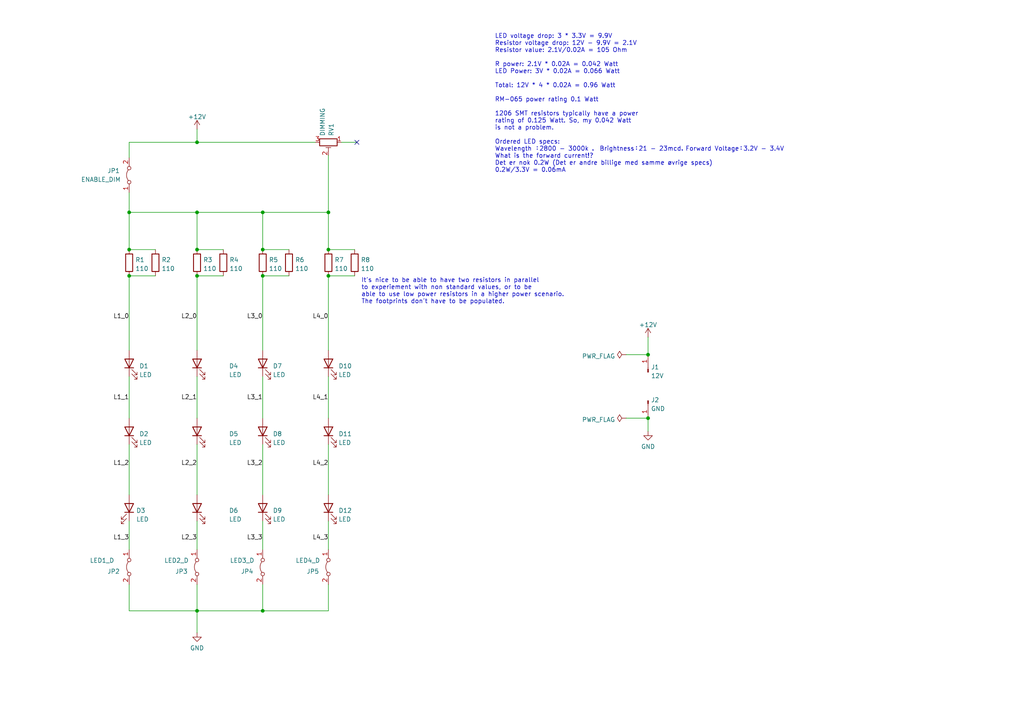
<source format=kicad_sch>
(kicad_sch (version 20211123) (generator eeschema)
  (paper "A4")
  (lib_symbols
    (symbol "Connector:Conn_01x01_Male" (pin_names (offset 1.016) hide)
      (property "Reference" "J" (at 0 2.54 0))
      (property "Value" "Conn_01x01_Male" (at 0 -2.54 0))
      (symbol "Conn_01x01_Male_1_1"
        (polyline (pts (xy 1.27 0) (xy 0.8636 0)) (stroke (width 0.1524)))
        (rectangle (start 0.8636 0.127) (end 0 -0.127) (stroke (width 0.1524)) (fill (type outline)))
        (pin passive line (at 5.08 0 180) (length 3.81) (name "Pin_1") (number "1"))
      )
    )
    (symbol "Device:LED" (pin_numbers hide) (pin_names (offset 1.016) hide)
      (property "Reference" "D" (at 0 2.54 0))
      (property "Value" "LED" (at 0 -2.54 0))
      (symbol "LED_0_1"
        (polyline (pts (xy -1.27 -1.27) (xy -1.27 1.27)) (stroke (width 0.254)))
        (polyline (pts (xy -1.27 0) (xy 1.27 0)))
        (polyline (pts (xy 1.27 -1.27) (xy 1.27 1.27) (xy -1.27 0) (xy 1.27 -1.27)) (stroke (width 0.254)))
        (polyline (pts (xy -3.048 -0.762) (xy -4.572 -2.286) (xy -3.81 -2.286) (xy -4.572 -2.286) (xy -4.572 -1.524)))
        (polyline (pts (xy -1.778 -0.762) (xy -3.302 -2.286) (xy -2.54 -2.286) (xy -3.302 -2.286) (xy -3.302 -1.524)))
      )
      (symbol "LED_1_1"
        (pin passive line (at -3.81 0 0) (length 2.54) (name "K") (number "1"))
        (pin passive line (at 3.81 0 180) (length 2.54) (name "A") (number "2"))
      )
    )
    (symbol "Device:R" (pin_numbers hide) (pin_names (offset 0))
      (property "Reference" "R" (at 2.032 0 90))
      (property "Value" "R" (at 0 0 90))
      (symbol "R_0_1"
        (rectangle (start -1.016 -2.54) (end 1.016 2.54) (stroke (width 0.254)))
      )
      (symbol "R_1_1"
        (pin passive line (at 0 3.81 270) (length 1.27) (name "~") (number "1"))
        (pin passive line (at 0 -3.81 90) (length 1.27) (name "~") (number "2"))
      )
    )
    (symbol "Device:R_Potentiometer_Trim" (pin_names (offset 1.016) hide)
      (property "Reference" "RV" (at -4.445 0 90))
      (property "Value" "R_Potentiometer_Trim" (at -2.54 0 90))
      (symbol "R_Potentiometer_Trim_0_1"
        (polyline (pts (xy 1.524 0.762) (xy 1.524 -0.762)))
        (polyline (pts (xy 2.54 0) (xy 1.524 0)))
        (rectangle (start 1.016 2.54) (end -1.016 -2.54) (stroke (width 0.254)))
      )
      (symbol "R_Potentiometer_Trim_1_1"
        (pin passive line (at 0 3.81 270) (length 1.27) (name "1") (number "1"))
        (pin passive line (at 3.81 0 180) (length 1.27) (name "2") (number "2"))
        (pin passive line (at 0 -3.81 90) (length 1.27) (name "3") (number "3"))
      )
    )
    (symbol "Jumper:Jumper_2_Bridged" (pin_names (offset 0) hide)
      (property "Reference" "JP" (at 0 1.905 0))
      (property "Value" "Jumper_2_Bridged" (at 0 -2.54 0))
      (symbol "Jumper_2_Bridged_0_0"
        (circle (center -2.032 0) (radius 0.508))
        (circle (center 2.032 0) (radius 0.508))
      )
      (symbol "Jumper_2_Bridged_0_1"
        (arc (start 1.524 0.254) (mid 0 0.762) (end -1.524 0.254))
      )
      (symbol "Jumper_2_Bridged_1_1"
        (pin passive line (at -5.08 0 0) (length 2.54) (name "A") (number "1"))
        (pin passive line (at 5.08 0 180) (length 2.54) (name "B") (number "2"))
      )
    )
    (symbol "power:+12V" (power) (pin_names (offset 0))
      (property "Value" "+12V" (at 0 3.556 0))
      (symbol "+12V_0_1"
        (polyline (pts (xy -0.762 1.27) (xy 0 2.54)))
        (polyline (pts (xy 0 0) (xy 0 2.54)))
        (polyline (pts (xy 0 2.54) (xy 0.762 1.27)))
      )
      (symbol "+12V_1_1"
        (pin power_in line (at 0 0 90) (length 0) hide (name "+12V") (number "1"))
      )
    )
    (symbol "power:GND" (power) (pin_names (offset 0))
      (property "Value" "GND" (at 0 -3.81 0))
      (symbol "GND_0_1"
        (polyline (pts (xy 0 0) (xy 0 -1.27) (xy 1.27 -1.27) (xy 0 -2.54) (xy -1.27 -1.27) (xy 0 -1.27)))
      )
      (symbol "GND_1_1"
        (pin power_in line (at 0 0 270) (length 0) hide (name "GND") (number "1"))
      )
    )
    (symbol "power:PWR_FLAG" (power) (pin_numbers hide) (pin_names (offset 0) hide)
      (property "Value" "PWR_FLAG" (at 0 3.81 0))
      (symbol "PWR_FLAG_0_0"
        (pin power_out line (at 0 0 90) (length 0) (name "pwr") (number "1"))
      )
      (symbol "PWR_FLAG_0_1"
        (polyline (pts (xy 0 0) (xy 0 1.27) (xy -1.016 1.905) (xy 0 2.54) (xy 1.016 1.905) (xy 0 1.27)))
      )
    )
  )
  (junction (at 95.25 72.39))
  (junction (at 95.25 80.01))
  (junction (at 37.465 72.39))
  (junction (at 57.15 41.275))
  (junction (at 76.2 72.39))
  (junction (at 95.25 61.595))
  (junction (at 76.2 61.595))
  (junction (at 57.15 61.595))
  (junction (at 57.15 177.165))
  (junction (at 76.2 177.165))
  (junction (at 37.465 61.595))
  (junction (at 57.15 80.01))
  (junction (at 76.2 80.01))
  (junction (at 57.15 72.39))
  (junction (at 37.465 80.01))
  (junction (at 187.96 102.87))
  (junction (at 187.96 121.285))
  (no_connect (at 103.505 41.275))
  (wire (pts (xy 181.61 121.285) (xy 187.96 121.285)))
  (wire (pts (xy 37.465 41.275) (xy 57.15 41.275)))
  (wire (pts (xy 76.2 80.01) (xy 76.2 101.6)))
  (wire (pts (xy 95.25 72.39) (xy 95.25 61.595)))
  (wire (pts (xy 57.15 151.13) (xy 57.15 159.385)))
  (wire (pts (xy 57.15 37.465) (xy 57.15 41.275)))
  (wire (pts (xy 57.15 169.545) (xy 57.15 177.165)))
  (wire (pts (xy 95.25 128.905) (xy 95.25 143.51)))
  (wire (pts (xy 95.25 72.39) (xy 102.87 72.39)))
  (wire (pts (xy 76.2 177.165) (xy 57.15 177.165)))
  (wire (pts (xy 57.15 80.01) (xy 64.77 80.01)))
  (wire (pts (xy 76.2 72.39) (xy 83.82 72.39)))
  (wire (pts (xy 181.61 102.87) (xy 187.96 102.87)))
  (wire (pts (xy 57.15 128.905) (xy 57.15 143.51)))
  (wire (pts (xy 76.2 80.01) (xy 83.82 80.01)))
  (wire (pts (xy 76.2 151.13) (xy 76.2 159.385)))
  (wire (pts (xy 187.96 97.79) (xy 187.96 102.87)))
  (wire (pts (xy 95.25 80.01) (xy 102.87 80.01)))
  (wire (pts (xy 45.085 72.39) (xy 37.465 72.39)))
  (wire (pts (xy 37.465 55.88) (xy 37.465 61.595)))
  (wire (pts (xy 95.25 61.595) (xy 95.25 45.085)))
  (wire (pts (xy 37.465 128.905) (xy 37.465 143.51)))
  (wire (pts (xy 37.465 169.545) (xy 37.465 177.165)))
  (wire (pts (xy 76.2 109.22) (xy 76.2 121.285)))
  (wire (pts (xy 95.25 177.165) (xy 76.2 177.165)))
  (wire (pts (xy 95.25 61.595) (xy 76.2 61.595)))
  (wire (pts (xy 76.2 169.545) (xy 76.2 177.165)))
  (wire (pts (xy 37.465 151.13) (xy 37.465 159.385)))
  (wire (pts (xy 57.15 109.22) (xy 57.15 121.285)))
  (wire (pts (xy 95.25 80.01) (xy 95.25 101.6)))
  (wire (pts (xy 57.15 61.595) (xy 76.2 61.595)))
  (wire (pts (xy 57.15 80.01) (xy 57.15 101.6)))
  (wire (pts (xy 76.2 128.905) (xy 76.2 143.51)))
  (wire (pts (xy 37.465 109.22) (xy 37.465 121.285)))
  (wire (pts (xy 57.15 72.39) (xy 57.15 61.595)))
  (wire (pts (xy 37.465 177.165) (xy 57.15 177.165)))
  (wire (pts (xy 37.465 61.595) (xy 37.465 72.39)))
  (wire (pts (xy 37.465 80.01) (xy 45.085 80.01)))
  (wire (pts (xy 37.465 45.72) (xy 37.465 41.275)))
  (wire (pts (xy 57.15 41.275) (xy 91.44 41.275)))
  (wire (pts (xy 187.96 121.285) (xy 187.96 125.095)))
  (wire (pts (xy 99.06 41.275) (xy 103.505 41.275)))
  (wire (pts (xy 95.25 109.22) (xy 95.25 121.285)))
  (wire (pts (xy 57.15 61.595) (xy 37.465 61.595)))
  (wire (pts (xy 57.15 72.39) (xy 64.77 72.39)))
  (wire (pts (xy 37.465 80.01) (xy 37.465 101.6)))
  (wire (pts (xy 76.2 61.595) (xy 76.2 72.39)))
  (wire (pts (xy 57.15 177.165) (xy 57.15 183.515)))
  (wire (pts (xy 95.25 151.13) (xy 95.25 159.385)))
  (wire (pts (xy 95.25 169.545) (xy 95.25 177.165)))
  (text "LED voltage drop: 3 * 3.3V = 9.9V\nResistor voltage drop: 12V - 9.9V = 2.1V\nResistor value: 2.1V/0.02A = 105 Ohm\n\nR power: 2.1V * 0.02A = 0.042 Watt\nLED Power: 3V * 0.02A = 0.066 Watt\n\nTotal: 12V * 4 * 0.02A = 0.96 Watt\n\nRM-065 power rating 0.1 Watt\n\n1206 SMT resistors typically have a power\nrating of 0.125 Watt. So, my 0.042 Watt\nis not a problem.\n\nOrdered LED specs:\nWavelength ：2800 - 3000k ， Brightness：21 - 23mcd，Forward Voltage：3.2V - 3.4V\nWhat is the forward current!?\nDet er nok 0.2W (Det er andre billige med samme øvrige specs)\n0.2W/3.3V = 0.06mA" (at 143.51 50.165 0) (effects (font (size 1.27 1.27)) (justify left bottom)))
  (text "It's nice to be able to have two resistors in parallel\nto experiement with non standard values, or to be\nable to use low power resistors in a higher power scenario.\nThe footprints don't have to be populated." (at 104.775 88.265 0) (effects (font (size 1.27 1.27)) (justify left bottom)))
  (label "L2_1" (at 57.15 116.205 180))
  (label "L3_0" (at 76.2 92.71 180))
  (label "L4_1" (at 95.25 116.205 180))
  (label "L3_2" (at 76.2 135.255 180))
  (label "L1_2" (at 37.465 135.255 180))
  (label "L1_0" (at 37.465 92.71 180))
  (label "L2_0" (at 57.15 92.71 180))
  (label "L2_2" (at 57.15 135.255 180))
  (label "L4_3" (at 95.25 156.845 180))
  (label "L3_1" (at 76.2 116.205 180))
  (label "L1_1" (at 37.465 116.205 180))
  (label "L2_3" (at 57.15 156.845 180))
  (label "L4_0" (at 95.25 92.71 180))
  (label "L1_3" (at 37.465 156.845 180))
  (label "L3_3" (at 76.2 156.845 180))
  (label "L4_2" (at 95.25 135.255 180))
  (symbol (lib_id "Device:LED") (at 57.15 147.32 90) (unit 1)
    (property "Reference" "D6" (at 66.421 148.0728 90) (effects (justify right)))
    (property "Value" "LED" (at 66.421 150.6097 90) (effects (justify right)))
    (property "Footprint" "LED_SMD:LED_PLCC_2835_Handsoldering" (effects hide))
  )
  (symbol (lib_id "Jumper:Jumper_2_Bridged") (at 57.15 164.465 90) (mirror x) (unit 1)
    (property "Reference" "JP3" (at 50.8 165.735 90) (effects (justify right)))
    (property "Value" "LED2_D" (at 47.625 162.56 90) (effects (justify right)))
    (property "Footprint" "Jumper:SolderJumper-2_P1.3mm_Bridged_Pad1.0x1.5mm" (effects hide))
  )
  (symbol (lib_id "Device:R") (at 102.87 76.2 0) (unit 1)
    (property "Reference" "R8" (at 104.648 75.3653 0) (effects (justify left)))
    (property "Value" "110" (at 104.648 77.9022 0) (effects (justify left)))
    (property "Footprint" "Resistor_SMD:R_1206_3216Metric_Pad1.30x1.75mm_HandSolder" (effects hide))
  )
  (symbol (lib_id "Jumper:Jumper_2_Bridged") (at 37.465 164.465 90) (mirror x) (unit 1)
    (property "Reference" "JP2" (at 31.115 165.735 90) (effects (justify right)))
    (property "Value" "LED1_D" (at 26.035 162.56 90) (effects (justify right)))
    (property "Footprint" "Jumper:SolderJumper-2_P1.3mm_Bridged_Pad1.0x1.5mm" (effects hide))
  )
  (symbol (lib_id "Device:LED") (at 76.2 147.32 90) (unit 1)
    (property "Reference" "D9" (at 79.121 148.0728 90) (effects (justify right)))
    (property "Value" "LED" (at 79.121 150.6097 90) (effects (justify right)))
    (property "Footprint" "LED_SMD:LED_PLCC_2835_Handsoldering" (effects hide))
  )
  (symbol (lib_id "Device:LED") (at 57.15 125.095 90) (unit 1)
    (property "Reference" "D5" (at 66.421 125.8478 90) (effects (justify right)))
    (property "Value" "LED" (at 66.421 128.3847 90) (effects (justify right)))
    (property "Footprint" "LED_SMD:LED_PLCC_2835_Handsoldering" (effects hide))
  )
  (symbol (lib_id "Connector:Conn_01x01_Male") (at 187.96 116.205 270) (unit 1)
    (property "Reference" "J2" (at 188.7982 116.0053 90) (effects (justify left)))
    (property "Value" "GND" (at 188.7982 118.5422 90) (effects (justify left)))
    (property "Footprint" "Connector_PinHeader_2.54mm:PinHeader_1x01_P2.54mm_Vertical" (effects hide))
  )
  (symbol (lib_id "Device:LED") (at 37.465 105.41 90) (unit 1)
    (property "Reference" "D1" (at 40.386 106.1628 90) (effects (justify right)))
    (property "Value" "LED" (at 40.386 108.6997 90) (effects (justify right)))
    (property "Footprint" "LED_SMD:LED_PLCC_2835_Handsoldering" (effects hide))
  )
  (symbol (lib_id "Jumper:Jumper_2_Bridged") (at 37.465 50.8 90) (unit 1)
    (property "Reference" "JP1" (at 31.115 49.53 90) (effects (justify right)))
    (property "Value" "ENABLE_DIM" (at 23.495 52.07 90) (effects (justify right)))
    (property "Footprint" "Jumper:SolderJumper-2_P1.3mm_Bridged_Pad1.0x1.5mm" (effects hide))
  )
  (symbol (lib_id "Device:R") (at 95.25 76.2 0) (unit 1)
    (property "Reference" "R7" (at 97.028 75.3653 0) (effects (justify left)))
    (property "Value" "110" (at 97.028 77.9022 0) (effects (justify left)))
    (property "Footprint" "Resistor_SMD:R_1206_3216Metric_Pad1.30x1.75mm_HandSolder" (effects hide))
  )
  (symbol (lib_id "Device:LED") (at 95.25 105.41 90) (unit 1)
    (property "Reference" "D10" (at 98.171 106.1628 90) (effects (justify right)))
    (property "Value" "LED" (at 98.171 108.6997 90) (effects (justify right)))
    (property "Footprint" "LED_SMD:LED_PLCC_2835_Handsoldering" (effects hide))
  )
  (symbol (lib_id "power:GND") (at 187.96 125.095 0) (unit 1)
    (property "Reference" "#PWR04" (effects hide))
    (property "Value" "GND" (at 187.96 129.5384 0))
  )
  (symbol (lib_id "power:+12V") (at 57.15 37.465 0) (unit 1)
    (property "Reference" "#PWR01" (effects hide))
    (property "Value" "+12V" (at 57.15 33.8892 0))
  )
  (symbol (lib_id "Device:R") (at 83.82 76.2 0) (unit 1)
    (property "Reference" "R6" (at 85.598 75.3653 0) (effects (justify left)))
    (property "Value" "110" (at 85.598 77.9022 0) (effects (justify left)))
    (property "Footprint" "Resistor_SMD:R_1206_3216Metric_Pad1.30x1.75mm_HandSolder" (effects hide))
  )
  (symbol (lib_id "Device:LED") (at 57.15 105.41 90) (unit 1)
    (property "Reference" "D4" (at 66.421 106.1628 90) (effects (justify right)))
    (property "Value" "LED" (at 66.421 108.6997 90) (effects (justify right)))
    (property "Footprint" "LED_SMD:LED_PLCC_2835_Handsoldering" (effects hide))
  )
  (symbol (lib_id "Device:R") (at 37.465 76.2 0) (unit 1)
    (property "Reference" "R1" (at 39.243 75.3653 0) (effects (justify left)))
    (property "Value" "110" (at 39.243 77.9022 0) (effects (justify left)))
    (property "Footprint" "Resistor_SMD:R_1206_3216Metric_Pad1.30x1.75mm_HandSolder" (effects hide))
  )
  (symbol (lib_id "Device:LED") (at 95.25 147.32 90) (unit 1)
    (property "Reference" "D12" (at 98.171 148.0728 90) (effects (justify right)))
    (property "Value" "LED" (at 98.171 150.6097 90) (effects (justify right)))
    (property "Footprint" "LED_SMD:LED_PLCC_2835_Handsoldering" (effects hide))
  )
  (symbol (lib_id "power:GND") (at 57.15 183.515 0) (unit 1)
    (property "Reference" "#PWR02" (effects hide))
    (property "Value" "GND" (at 57.15 187.9584 0))
  )
  (symbol (lib_id "Device:LED") (at 76.2 125.095 90) (unit 1)
    (property "Reference" "D8" (at 79.121 125.8478 90) (effects (justify right)))
    (property "Value" "LED" (at 79.121 128.3847 90) (effects (justify right)))
    (property "Footprint" "LED_SMD:LED_PLCC_2835_Handsoldering" (effects hide))
  )
  (symbol (lib_id "Device:LED") (at 37.465 125.095 90) (unit 1)
    (property "Reference" "D2" (at 40.386 125.8478 90) (effects (justify right)))
    (property "Value" "LED" (at 40.386 128.3847 90) (effects (justify right)))
    (property "Footprint" "LED_SMD:LED_PLCC_2835_Handsoldering" (effects hide))
  )
  (symbol (lib_id "Device:LED") (at 37.465 147.32 270) (mirror x) (unit 1)
    (property "Reference" "D3" (at 39.497 148.0728 90) (effects (justify left)))
    (property "Value" "LED" (at 39.497 150.6097 90) (effects (justify left)))
    (property "Footprint" "LED_SMD:LED_PLCC_2835_Handsoldering" (effects hide))
  )
  (symbol (lib_id "Connector:Conn_01x01_Male") (at 187.96 107.95 90) (unit 1)
    (property "Reference" "J1" (at 188.7982 106.4803 90) (effects (justify right)))
    (property "Value" "12V" (at 188.7982 109.0172 90) (effects (justify right)))
    (property "Footprint" "Connector_PinHeader_2.54mm:PinHeader_1x01_P2.54mm_Vertical" (effects hide))
  )
  (symbol (lib_id "Device:R") (at 57.15 76.2 0) (unit 1)
    (property "Reference" "R3" (at 58.928 75.3653 0) (effects (justify left)))
    (property "Value" "110" (at 58.928 77.9022 0) (effects (justify left)))
    (property "Footprint" "Resistor_SMD:R_1206_3216Metric_Pad1.30x1.75mm_HandSolder" (effects hide))
  )
  (symbol (lib_id "Device:LED") (at 76.2 105.41 90) (unit 1)
    (property "Reference" "D7" (at 79.121 106.1628 90) (effects (justify right)))
    (property "Value" "LED" (at 79.121 108.6997 90) (effects (justify right)))
    (property "Footprint" "LED_SMD:LED_PLCC_2835_Handsoldering" (effects hide))
  )
  (symbol (lib_id "power:PWR_FLAG") (at 181.61 102.87 90) (unit 1)
    (property "Reference" "#FLG0102" (effects hide))
    (property "Value" "PWR_FLAG" (at 178.4351 103.3038 90) (effects (justify left)))
  )
  (symbol (lib_id "Device:R") (at 45.085 76.2 0) (unit 1)
    (property "Reference" "R2" (at 46.863 75.3653 0) (effects (justify left)))
    (property "Value" "110" (at 46.863 77.9022 0) (effects (justify left)))
    (property "Footprint" "Resistor_SMD:R_1206_3216Metric_Pad1.30x1.75mm_HandSolder" (effects hide))
  )
  (symbol (lib_id "power:PWR_FLAG") (at 181.61 121.285 90) (unit 1)
    (property "Reference" "#FLG0101" (effects hide))
    (property "Value" "PWR_FLAG" (at 178.4351 121.7188 90) (effects (justify left)))
  )
  (symbol (lib_id "power:+12V") (at 187.96 97.79 0) (unit 1)
    (property "Reference" "#PWR03" (effects hide))
    (property "Value" "+12V" (at 187.96 94.2142 0))
  )
  (symbol (lib_id "Jumper:Jumper_2_Bridged") (at 76.2 164.465 90) (mirror x) (unit 1)
    (property "Reference" "JP4" (at 69.85 165.735 90) (effects (justify right)))
    (property "Value" "LED3_D" (at 66.675 162.56 90) (effects (justify right)))
    (property "Footprint" "Jumper:SolderJumper-2_P1.3mm_Bridged_Pad1.0x1.5mm" (effects hide))
  )
  (symbol (lib_id "Device:R") (at 64.77 76.2 0) (unit 1)
    (property "Reference" "R4" (at 66.548 75.3653 0) (effects (justify left)))
    (property "Value" "110" (at 66.548 77.9022 0) (effects (justify left)))
    (property "Footprint" "Resistor_SMD:R_1206_3216Metric_Pad1.30x1.75mm_HandSolder" (effects hide))
  )
  (symbol (lib_id "Device:R") (at 76.2 76.2 0) (unit 1)
    (property "Reference" "R5" (at 77.978 75.3653 0) (effects (justify left)))
    (property "Value" "110" (at 77.978 77.9022 0) (effects (justify left)))
    (property "Footprint" "Resistor_SMD:R_1206_3216Metric_Pad1.30x1.75mm_HandSolder" (effects hide))
  )
  (symbol (lib_id "Device:R_Potentiometer_Trim") (at 95.25 41.275 270) (unit 1)
    (property "Reference" "RV1" (at 96.0847 39.497 0) (effects (justify right)))
    (property "Value" "DIMMING" (at 93.5478 39.497 0) (effects (justify right)))
    (property "Footprint" "Potentiometer_THT:Potentiometer_Runtron_RM-065_Vertical" (effects hide))
  )
  (symbol (lib_id "Jumper:Jumper_2_Bridged") (at 95.25 164.465 90) (mirror x) (unit 1)
    (property "Reference" "JP5" (at 88.9 165.735 90) (effects (justify right)))
    (property "Value" "LED4_D" (at 85.725 162.56 90) (effects (justify right)))
    (property "Footprint" "Jumper:SolderJumper-2_P1.3mm_Bridged_Pad1.0x1.5mm" (effects hide))
  )
  (symbol (lib_id "Device:LED") (at 95.25 125.095 90) (unit 1)
    (property "Reference" "D11" (at 98.171 125.8478 90) (effects (justify right)))
    (property "Value" "LED" (at 98.171 128.3847 90) (effects (justify right)))
    (property "Footprint" "LED_SMD:LED_PLCC_2835_Handsoldering" (effects hide))
  )
)
</source>
